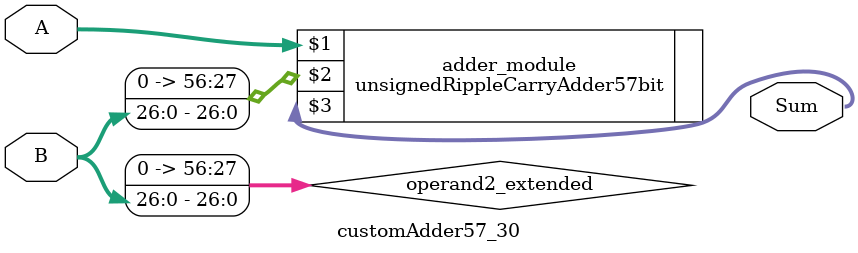
<source format=v>
module customAdder57_30(
                        input [56 : 0] A,
                        input [26 : 0] B,
                        
                        output [57 : 0] Sum
                );

        wire [56 : 0] operand2_extended;
        
        assign operand2_extended =  {30'b0, B};
        
        unsignedRippleCarryAdder57bit adder_module(
            A,
            operand2_extended,
            Sum
        );
        
        endmodule
        
</source>
